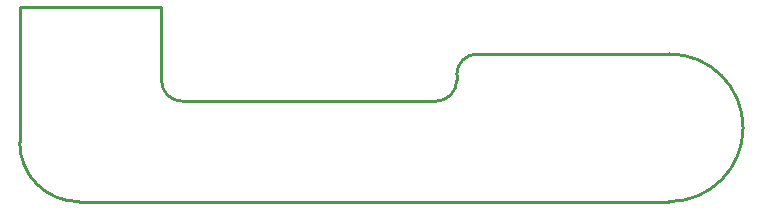
<source format=gm1>
G04*
G04 #@! TF.GenerationSoftware,Altium Limited,Altium Designer,22.2.1 (43)*
G04*
G04 Layer_Color=16711935*
%FSLAX44Y44*%
%MOMM*%
G71*
G04*
G04 #@! TF.SameCoordinates,59029D5E-7FE7-4811-848E-3C15E54AA96D*
G04*
G04*
G04 #@! TF.FilePolarity,Positive*
G04*
G01*
G75*
%ADD12C,0.2540*%
D12*
X787500Y0D02*
G03*
X770000Y-17500I0J-17500D01*
G01*
X752500Y-40000D02*
G03*
X770000Y-22500I0J17500D01*
G01*
X520000D02*
G03*
X537500Y-40000I17500J0D01*
G01*
X400000Y-75000D02*
G03*
X450000Y-125000I50000J0D01*
G01*
X950000D02*
G03*
X950000Y0I0J62500D01*
G01*
X770000Y-22500D02*
Y-17500D01*
X537500Y-40000D02*
X752500D01*
X787500Y0D02*
X950000D01*
X520000Y-22500D02*
Y40000D01*
X400000Y-75000D02*
Y40000D01*
X450000Y-125000D02*
X950000D01*
X400000Y40000D02*
X520000D01*
X787500Y0D02*
G03*
X770000Y-17500I0J-17500D01*
G01*
X752500Y-40000D02*
G03*
X770000Y-22500I0J17500D01*
G01*
X520000D02*
G03*
X537500Y-40000I17500J0D01*
G01*
X400000Y-75000D02*
G03*
X450000Y-125000I50000J0D01*
G01*
X950000D02*
G03*
X950000Y0I0J62500D01*
G01*
X770000Y-22500D02*
Y-17500D01*
X537500Y-40000D02*
X752500D01*
X787500Y0D02*
X950000D01*
X520000Y-22500D02*
Y40000D01*
X400000Y-75000D02*
Y40000D01*
X450000Y-125000D02*
X950000D01*
X400000Y40000D02*
X520000D01*
M02*

</source>
